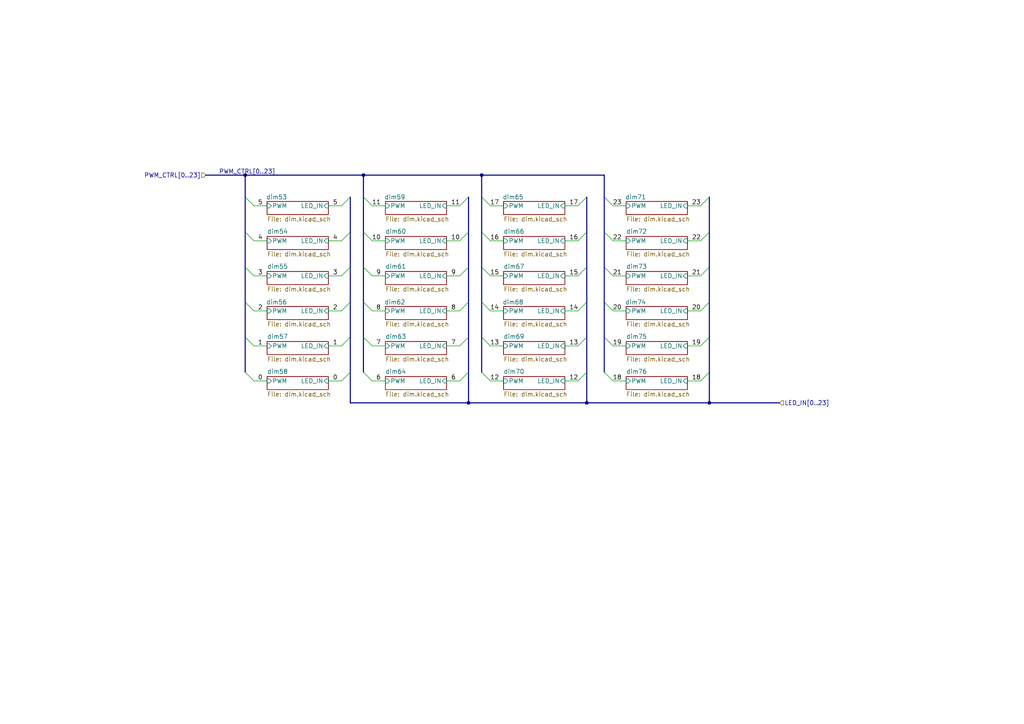
<source format=kicad_sch>
(kicad_sch
	(version 20231120)
	(generator "eeschema")
	(generator_version "8.0")
	(uuid "657f9af1-b73d-4eb3-a5dd-6a9312d6c4a1")
	(paper "A4")
	(lib_symbols)
	(junction
		(at 71.12 50.8)
		(diameter 0)
		(color 0 0 0 0)
		(uuid "4f9d9814-01c6-4072-99ca-b77fc62f6283")
	)
	(junction
		(at 105.41 50.8)
		(diameter 0)
		(color 0 0 0 0)
		(uuid "4fa06562-e085-4694-a2e0-a72f2c799356")
	)
	(junction
		(at 205.74 116.84)
		(diameter 0)
		(color 0 0 0 0)
		(uuid "6e4f4ed0-68b7-4111-8e3c-edfb3d89101e")
	)
	(junction
		(at 139.7 50.8)
		(diameter 0)
		(color 0 0 0 0)
		(uuid "8dd8ab90-c902-4e13-94e6-d159468f3148")
	)
	(junction
		(at 135.89 116.84)
		(diameter 0)
		(color 0 0 0 0)
		(uuid "adf4bf95-1be7-498a-b792-cc2ef3bfc4da")
	)
	(junction
		(at 170.18 116.84)
		(diameter 0)
		(color 0 0 0 0)
		(uuid "d38d2e10-625c-4442-8e56-4a29ba32ffeb")
	)
	(bus_entry
		(at 170.18 67.31)
		(size -2.54 2.54)
		(stroke
			(width 0)
			(type default)
		)
		(uuid "001afdf6-b251-41b6-bda8-767f9a748ee3")
	)
	(bus_entry
		(at 175.26 77.47)
		(size 2.54 2.54)
		(stroke
			(width 0)
			(type default)
		)
		(uuid "1aff95b1-3d3f-47cf-b1c3-8f780cc159f2")
	)
	(bus_entry
		(at 71.12 57.15)
		(size 2.54 2.54)
		(stroke
			(width 0)
			(type default)
		)
		(uuid "28105ea8-4943-4cb1-ae3e-3ad9b1e3c011")
	)
	(bus_entry
		(at 135.89 97.79)
		(size -2.54 2.54)
		(stroke
			(width 0)
			(type default)
		)
		(uuid "2b8d6328-75db-4fb5-97cf-3c56af994e50")
	)
	(bus_entry
		(at 101.6 97.79)
		(size -2.54 2.54)
		(stroke
			(width 0)
			(type default)
		)
		(uuid "2c114575-bbc7-4b9c-b535-865db82da1ae")
	)
	(bus_entry
		(at 71.12 67.31)
		(size 2.54 2.54)
		(stroke
			(width 0)
			(type default)
		)
		(uuid "2e3a4e3b-27bf-4744-afa2-5bc4be194011")
	)
	(bus_entry
		(at 71.12 97.79)
		(size 2.54 2.54)
		(stroke
			(width 0)
			(type default)
		)
		(uuid "2e6ee75c-3452-48bc-8cff-9cf3e2512e73")
	)
	(bus_entry
		(at 135.89 57.15)
		(size -2.54 2.54)
		(stroke
			(width 0)
			(type default)
		)
		(uuid "3b1d47be-4d2e-456b-981f-1996aa3d16fd")
	)
	(bus_entry
		(at 170.18 107.95)
		(size -2.54 2.54)
		(stroke
			(width 0)
			(type default)
		)
		(uuid "3edc4ada-6d31-4104-b7e1-9aa1a689186c")
	)
	(bus_entry
		(at 205.74 67.31)
		(size -2.54 2.54)
		(stroke
			(width 0)
			(type default)
		)
		(uuid "42e36a46-1a23-40aa-837f-36b85f94ff3b")
	)
	(bus_entry
		(at 175.26 97.79)
		(size 2.54 2.54)
		(stroke
			(width 0)
			(type default)
		)
		(uuid "448aaaf9-bd6f-4748-96fc-c6e7f02e6579")
	)
	(bus_entry
		(at 175.26 57.15)
		(size 2.54 2.54)
		(stroke
			(width 0)
			(type default)
		)
		(uuid "4571c95e-7c46-4475-8445-0b70b682d038")
	)
	(bus_entry
		(at 205.74 77.47)
		(size -2.54 2.54)
		(stroke
			(width 0)
			(type default)
		)
		(uuid "4ab85339-261b-488b-9008-ba755b70cb19")
	)
	(bus_entry
		(at 139.7 57.15)
		(size 2.54 2.54)
		(stroke
			(width 0)
			(type default)
		)
		(uuid "4ddaf68a-db2b-48c8-8bc4-df3b55a18105")
	)
	(bus_entry
		(at 71.12 107.95)
		(size 2.54 2.54)
		(stroke
			(width 0)
			(type default)
		)
		(uuid "5b01a2f5-00fa-4d36-91df-6937f9b1d929")
	)
	(bus_entry
		(at 205.74 87.63)
		(size -2.54 2.54)
		(stroke
			(width 0)
			(type default)
		)
		(uuid "6004c558-d8b7-406c-898f-68beccbacf83")
	)
	(bus_entry
		(at 139.7 97.79)
		(size 2.54 2.54)
		(stroke
			(width 0)
			(type default)
		)
		(uuid "62244fbb-48f6-4015-a80a-c68850d9ebf5")
	)
	(bus_entry
		(at 205.74 107.95)
		(size -2.54 2.54)
		(stroke
			(width 0)
			(type default)
		)
		(uuid "62c1e752-7135-4c55-a7d2-a90afde05b62")
	)
	(bus_entry
		(at 71.12 87.63)
		(size 2.54 2.54)
		(stroke
			(width 0)
			(type default)
		)
		(uuid "6339f15d-3b62-4a98-95dc-f313c60e13a8")
	)
	(bus_entry
		(at 135.89 87.63)
		(size -2.54 2.54)
		(stroke
			(width 0)
			(type default)
		)
		(uuid "6552a40e-a3ca-4f15-bedf-f3e4dab7396c")
	)
	(bus_entry
		(at 101.6 87.63)
		(size -2.54 2.54)
		(stroke
			(width 0)
			(type default)
		)
		(uuid "6a8f768f-5443-498e-8a58-e0782a5ad63c")
	)
	(bus_entry
		(at 105.41 67.31)
		(size 2.54 2.54)
		(stroke
			(width 0)
			(type default)
		)
		(uuid "6aab2d1a-b9db-4e19-b404-2f8c6a6ac7b2")
	)
	(bus_entry
		(at 101.6 67.31)
		(size -2.54 2.54)
		(stroke
			(width 0)
			(type default)
		)
		(uuid "6b7d987a-bdbb-44cc-bdee-7b0cbb91329e")
	)
	(bus_entry
		(at 170.18 57.15)
		(size -2.54 2.54)
		(stroke
			(width 0)
			(type default)
		)
		(uuid "6d976728-218c-419c-96cd-cf056320155c")
	)
	(bus_entry
		(at 139.7 77.47)
		(size 2.54 2.54)
		(stroke
			(width 0)
			(type default)
		)
		(uuid "7100955c-47ec-4e53-bb0e-a860c24831a7")
	)
	(bus_entry
		(at 105.41 57.15)
		(size 2.54 2.54)
		(stroke
			(width 0)
			(type default)
		)
		(uuid "7448e793-63e1-41b6-99f9-0c5d3ab0ba1d")
	)
	(bus_entry
		(at 135.89 77.47)
		(size -2.54 2.54)
		(stroke
			(width 0)
			(type default)
		)
		(uuid "76b3854f-899c-44eb-a420-9871d69d1f26")
	)
	(bus_entry
		(at 175.26 67.31)
		(size 2.54 2.54)
		(stroke
			(width 0)
			(type default)
		)
		(uuid "76f79ede-f544-4fb7-a018-6fa03eebf42f")
	)
	(bus_entry
		(at 135.89 107.95)
		(size -2.54 2.54)
		(stroke
			(width 0)
			(type default)
		)
		(uuid "7c7dc292-e636-4e38-9db7-c828243af393")
	)
	(bus_entry
		(at 170.18 97.79)
		(size -2.54 2.54)
		(stroke
			(width 0)
			(type default)
		)
		(uuid "819af749-6d50-45a0-b310-e769dd493679")
	)
	(bus_entry
		(at 170.18 77.47)
		(size -2.54 2.54)
		(stroke
			(width 0)
			(type default)
		)
		(uuid "81cd5fa0-054c-4a62-8cfb-9ccccdcdfb5b")
	)
	(bus_entry
		(at 205.74 57.15)
		(size -2.54 2.54)
		(stroke
			(width 0)
			(type default)
		)
		(uuid "97384e68-67fc-4358-9d33-0f5053c03507")
	)
	(bus_entry
		(at 101.6 77.47)
		(size -2.54 2.54)
		(stroke
			(width 0)
			(type default)
		)
		(uuid "991f59cf-a8a4-429c-bd60-cf33e2e111cb")
	)
	(bus_entry
		(at 101.6 57.15)
		(size -2.54 2.54)
		(stroke
			(width 0)
			(type default)
		)
		(uuid "994f0043-06b7-44ab-b9da-7c1cd5a8c414")
	)
	(bus_entry
		(at 170.18 87.63)
		(size -2.54 2.54)
		(stroke
			(width 0)
			(type default)
		)
		(uuid "ad198dd0-9e79-4877-8a54-50083fdd1d4f")
	)
	(bus_entry
		(at 139.7 87.63)
		(size 2.54 2.54)
		(stroke
			(width 0)
			(type default)
		)
		(uuid "b73460dd-03d5-4dae-90c9-394e0e3ee81d")
	)
	(bus_entry
		(at 175.26 107.95)
		(size 2.54 2.54)
		(stroke
			(width 0)
			(type default)
		)
		(uuid "b746da00-c902-4966-ac2d-41143584c1cf")
	)
	(bus_entry
		(at 175.26 87.63)
		(size 2.54 2.54)
		(stroke
			(width 0)
			(type default)
		)
		(uuid "c35e8607-d4bf-4dd9-a555-84486e251552")
	)
	(bus_entry
		(at 71.12 77.47)
		(size 2.54 2.54)
		(stroke
			(width 0)
			(type default)
		)
		(uuid "c73e7854-0f50-4f13-bf9d-074d840045a1")
	)
	(bus_entry
		(at 105.41 77.47)
		(size 2.54 2.54)
		(stroke
			(width 0)
			(type default)
		)
		(uuid "cd340960-e041-4ecb-b16b-cc52b0f48a8f")
	)
	(bus_entry
		(at 205.74 97.79)
		(size -2.54 2.54)
		(stroke
			(width 0)
			(type default)
		)
		(uuid "cf901872-10e1-4b77-b0f0-4c953eeab2bb")
	)
	(bus_entry
		(at 139.7 67.31)
		(size 2.54 2.54)
		(stroke
			(width 0)
			(type default)
		)
		(uuid "d0434278-1199-45ec-a926-32462dea2b35")
	)
	(bus_entry
		(at 139.7 107.95)
		(size 2.54 2.54)
		(stroke
			(width 0)
			(type default)
		)
		(uuid "d7169fcd-f635-493a-b8db-b06d127aac91")
	)
	(bus_entry
		(at 105.41 107.95)
		(size 2.54 2.54)
		(stroke
			(width 0)
			(type default)
		)
		(uuid "dcf833fd-d1a8-480c-89ad-e401b90c4c9a")
	)
	(bus_entry
		(at 105.41 97.79)
		(size 2.54 2.54)
		(stroke
			(width 0)
			(type default)
		)
		(uuid "df95d90c-5a32-46ea-a5e9-e4ce22c60a85")
	)
	(bus_entry
		(at 105.41 87.63)
		(size 2.54 2.54)
		(stroke
			(width 0)
			(type default)
		)
		(uuid "e7d92b7d-ecfe-42b9-aa18-7074a1148d7f")
	)
	(bus_entry
		(at 101.6 107.95)
		(size -2.54 2.54)
		(stroke
			(width 0)
			(type default)
		)
		(uuid "ec7b276b-28fe-4db4-a6d8-df5f931cd580")
	)
	(bus_entry
		(at 135.89 67.31)
		(size -2.54 2.54)
		(stroke
			(width 0)
			(type default)
		)
		(uuid "fabf7988-6309-4a79-9f80-4ed6b601cb4e")
	)
	(wire
		(pts
			(xy 129.54 100.33) (xy 133.35 100.33)
		)
		(stroke
			(width 0)
			(type default)
		)
		(uuid "0487fea5-8d42-4b7d-b211-e6968c695716")
	)
	(bus
		(pts
			(xy 135.89 107.95) (xy 135.89 116.84)
		)
		(stroke
			(width 0)
			(type default)
		)
		(uuid "0605aec0-de84-4a88-9b83-90ec21bf0066")
	)
	(bus
		(pts
			(xy 175.26 97.79) (xy 175.26 107.95)
		)
		(stroke
			(width 0)
			(type default)
		)
		(uuid "09589900-c8bf-4afb-bb05-e7a76f213a22")
	)
	(wire
		(pts
			(xy 181.61 100.33) (xy 177.8 100.33)
		)
		(stroke
			(width 0)
			(type default)
		)
		(uuid "0ae4cecb-e77e-4f24-8818-e85f2bbe6b11")
	)
	(bus
		(pts
			(xy 71.12 50.8) (xy 71.12 57.15)
		)
		(stroke
			(width 0)
			(type default)
		)
		(uuid "1373f9ab-4f10-431b-b877-cb77e0eac1c3")
	)
	(wire
		(pts
			(xy 181.61 90.17) (xy 177.8 90.17)
		)
		(stroke
			(width 0)
			(type default)
		)
		(uuid "17589d0b-361e-4875-95d6-21072eca7386")
	)
	(bus
		(pts
			(xy 71.12 97.79) (xy 71.12 87.63)
		)
		(stroke
			(width 0)
			(type default)
		)
		(uuid "186063a2-2e64-494e-a2c8-a98fa859c181")
	)
	(wire
		(pts
			(xy 95.25 80.01) (xy 99.06 80.01)
		)
		(stroke
			(width 0)
			(type default)
		)
		(uuid "1bbd62dc-e1ef-48a0-9645-1a7c73074b54")
	)
	(bus
		(pts
			(xy 135.89 57.15) (xy 135.89 67.31)
		)
		(stroke
			(width 0)
			(type default)
		)
		(uuid "1f49560d-7f01-4d90-afef-a3524ac7c4cf")
	)
	(wire
		(pts
			(xy 163.83 90.17) (xy 167.64 90.17)
		)
		(stroke
			(width 0)
			(type default)
		)
		(uuid "22e02a40-4395-4968-80b6-3f49bb6820f2")
	)
	(wire
		(pts
			(xy 77.47 100.33) (xy 73.66 100.33)
		)
		(stroke
			(width 0)
			(type default)
		)
		(uuid "24962aa5-5e44-4238-a045-2bf4a9dd6f05")
	)
	(wire
		(pts
			(xy 146.05 69.85) (xy 142.24 69.85)
		)
		(stroke
			(width 0)
			(type default)
		)
		(uuid "2724139c-eaf5-4dbb-b8f0-adde3ada82fc")
	)
	(wire
		(pts
			(xy 199.39 80.01) (xy 203.2 80.01)
		)
		(stroke
			(width 0)
			(type default)
		)
		(uuid "284bdbc0-5c46-44bf-becf-aae3615ebbc6")
	)
	(wire
		(pts
			(xy 111.76 69.85) (xy 107.95 69.85)
		)
		(stroke
			(width 0)
			(type default)
		)
		(uuid "28e1b4f4-d6de-4782-959c-eb8d711526e5")
	)
	(bus
		(pts
			(xy 205.74 87.63) (xy 205.74 77.47)
		)
		(stroke
			(width 0)
			(type default)
		)
		(uuid "2968b7a6-92da-4644-9d32-859b7512583c")
	)
	(wire
		(pts
			(xy 111.76 59.69) (xy 107.95 59.69)
		)
		(stroke
			(width 0)
			(type default)
		)
		(uuid "2b28c4ee-8c4e-45a8-8fdf-850ab1042aeb")
	)
	(wire
		(pts
			(xy 199.39 69.85) (xy 203.2 69.85)
		)
		(stroke
			(width 0)
			(type default)
		)
		(uuid "2c53f2ba-16f4-4683-a597-6efbd5d5ef48")
	)
	(wire
		(pts
			(xy 181.61 80.01) (xy 177.8 80.01)
		)
		(stroke
			(width 0)
			(type default)
		)
		(uuid "2cd1a780-0c64-4132-96a1-853e71f9e626")
	)
	(bus
		(pts
			(xy 71.12 107.95) (xy 71.12 97.79)
		)
		(stroke
			(width 0)
			(type default)
		)
		(uuid "2d558de2-c8b1-4ccb-a9ea-aa06f85d74ff")
	)
	(bus
		(pts
			(xy 71.12 50.8) (xy 59.69 50.8)
		)
		(stroke
			(width 0)
			(type default)
		)
		(uuid "2e0c72f4-4120-46c4-88ca-d43bb8ce5741")
	)
	(bus
		(pts
			(xy 170.18 116.84) (xy 205.74 116.84)
		)
		(stroke
			(width 0)
			(type default)
		)
		(uuid "2e42cde0-bfd2-4801-814a-630ef3537f42")
	)
	(wire
		(pts
			(xy 181.61 69.85) (xy 177.8 69.85)
		)
		(stroke
			(width 0)
			(type default)
		)
		(uuid "31529db0-adf1-47ed-baae-bc047bb3b681")
	)
	(bus
		(pts
			(xy 139.7 97.79) (xy 139.7 107.95)
		)
		(stroke
			(width 0)
			(type default)
		)
		(uuid "33e132ce-03cc-4112-9e67-e184fe759cc1")
	)
	(bus
		(pts
			(xy 135.89 77.47) (xy 135.89 87.63)
		)
		(stroke
			(width 0)
			(type default)
		)
		(uuid "3d579ea8-12fa-43c5-baee-c7eee2197e0d")
	)
	(wire
		(pts
			(xy 199.39 59.69) (xy 203.2 59.69)
		)
		(stroke
			(width 0)
			(type default)
		)
		(uuid "3ed8e23e-e06c-4115-8f29-5d660254dd0b")
	)
	(bus
		(pts
			(xy 139.7 77.47) (xy 139.7 87.63)
		)
		(stroke
			(width 0)
			(type default)
		)
		(uuid "4456cde3-d596-4428-9d4e-4d796ea91dd2")
	)
	(bus
		(pts
			(xy 101.6 77.47) (xy 101.6 87.63)
		)
		(stroke
			(width 0)
			(type default)
		)
		(uuid "4716ca55-5352-43a5-991e-a4205f493214")
	)
	(bus
		(pts
			(xy 101.6 67.31) (xy 101.6 77.47)
		)
		(stroke
			(width 0)
			(type default)
		)
		(uuid "4796ea2c-f891-4144-96d1-d4e61410fda0")
	)
	(wire
		(pts
			(xy 95.25 90.17) (xy 99.06 90.17)
		)
		(stroke
			(width 0)
			(type default)
		)
		(uuid "494baf70-3856-4e27-affb-8d97a9b9d1b8")
	)
	(bus
		(pts
			(xy 205.74 97.79) (xy 205.74 87.63)
		)
		(stroke
			(width 0)
			(type default)
		)
		(uuid "4f392bd4-0cc0-4386-9ea9-3459c55767cf")
	)
	(wire
		(pts
			(xy 77.47 110.49) (xy 73.66 110.49)
		)
		(stroke
			(width 0)
			(type default)
		)
		(uuid "5053008f-b0c8-48f7-91f1-7614307b92d7")
	)
	(bus
		(pts
			(xy 205.74 107.95) (xy 205.74 97.79)
		)
		(stroke
			(width 0)
			(type default)
		)
		(uuid "559c7ba2-989c-4f71-9a2b-93236b638976")
	)
	(bus
		(pts
			(xy 170.18 77.47) (xy 170.18 87.63)
		)
		(stroke
			(width 0)
			(type default)
		)
		(uuid "5785d237-de4d-436f-9212-c04a116869e3")
	)
	(wire
		(pts
			(xy 129.54 90.17) (xy 133.35 90.17)
		)
		(stroke
			(width 0)
			(type default)
		)
		(uuid "5abdaefa-1172-4e0a-aa7f-30eca92ae8b0")
	)
	(bus
		(pts
			(xy 175.26 77.47) (xy 175.26 87.63)
		)
		(stroke
			(width 0)
			(type default)
		)
		(uuid "5ac99c4b-cd83-4c01-a669-82efe03ee7de")
	)
	(wire
		(pts
			(xy 111.76 90.17) (xy 107.95 90.17)
		)
		(stroke
			(width 0)
			(type default)
		)
		(uuid "5e974293-7491-46e0-b27d-b2c011da32ac")
	)
	(bus
		(pts
			(xy 139.7 50.8) (xy 139.7 57.15)
		)
		(stroke
			(width 0)
			(type default)
		)
		(uuid "5f029830-c266-48c1-842a-98f7251847a6")
	)
	(wire
		(pts
			(xy 77.47 90.17) (xy 73.66 90.17)
		)
		(stroke
			(width 0)
			(type default)
		)
		(uuid "60c8ef25-c5e9-46c0-a28b-d95928ed8cf5")
	)
	(wire
		(pts
			(xy 95.25 110.49) (xy 99.06 110.49)
		)
		(stroke
			(width 0)
			(type default)
		)
		(uuid "642b2ba2-96a4-4242-ba68-899e084334c4")
	)
	(wire
		(pts
			(xy 199.39 90.17) (xy 203.2 90.17)
		)
		(stroke
			(width 0)
			(type default)
		)
		(uuid "68de5000-44e8-4de4-86ba-e104b63b3aec")
	)
	(bus
		(pts
			(xy 135.89 97.79) (xy 135.89 107.95)
		)
		(stroke
			(width 0)
			(type default)
		)
		(uuid "693a89ff-35c4-4f27-ac27-e4999c7d66c1")
	)
	(bus
		(pts
			(xy 101.6 107.95) (xy 101.6 116.84)
		)
		(stroke
			(width 0)
			(type default)
		)
		(uuid "69a64b50-f903-412f-a75a-659c02d9d552")
	)
	(bus
		(pts
			(xy 175.26 57.15) (xy 175.26 67.31)
		)
		(stroke
			(width 0)
			(type default)
		)
		(uuid "6da52802-851b-4fea-8355-db5db30af4dd")
	)
	(bus
		(pts
			(xy 105.41 57.15) (xy 105.41 50.8)
		)
		(stroke
			(width 0)
			(type default)
		)
		(uuid "6ed530f2-72be-475c-b02d-e5db931869de")
	)
	(bus
		(pts
			(xy 105.41 50.8) (xy 139.7 50.8)
		)
		(stroke
			(width 0)
			(type default)
		)
		(uuid "6fe31bf7-f9fa-4c8a-b538-8351d32fcd7d")
	)
	(bus
		(pts
			(xy 205.74 116.84) (xy 226.06 116.84)
		)
		(stroke
			(width 0)
			(type default)
		)
		(uuid "71373c89-ad4b-4683-a2eb-fd43dd149953")
	)
	(bus
		(pts
			(xy 101.6 57.15) (xy 101.6 67.31)
		)
		(stroke
			(width 0)
			(type default)
		)
		(uuid "72358f0d-3e64-434f-9d2c-1ee8f0a9ecbe")
	)
	(bus
		(pts
			(xy 71.12 67.31) (xy 71.12 57.15)
		)
		(stroke
			(width 0)
			(type default)
		)
		(uuid "7d1e2ddc-7b01-47f6-a0d0-4ae79cf57201")
	)
	(bus
		(pts
			(xy 71.12 50.8) (xy 105.41 50.8)
		)
		(stroke
			(width 0)
			(type default)
		)
		(uuid "7e451921-445b-494d-9ee7-012d1de04828")
	)
	(wire
		(pts
			(xy 111.76 100.33) (xy 107.95 100.33)
		)
		(stroke
			(width 0)
			(type default)
		)
		(uuid "7ed6fca4-0542-4868-b187-554b550d36ec")
	)
	(bus
		(pts
			(xy 135.89 67.31) (xy 135.89 77.47)
		)
		(stroke
			(width 0)
			(type default)
		)
		(uuid "842a5099-48d4-44a6-846b-703f0d100518")
	)
	(wire
		(pts
			(xy 199.39 100.33) (xy 203.2 100.33)
		)
		(stroke
			(width 0)
			(type default)
		)
		(uuid "876b63d1-96b3-439b-80af-d1f219018ffa")
	)
	(wire
		(pts
			(xy 146.05 80.01) (xy 142.24 80.01)
		)
		(stroke
			(width 0)
			(type default)
		)
		(uuid "884df61b-34ef-4cae-8629-fadd5f7e8d24")
	)
	(wire
		(pts
			(xy 146.05 110.49) (xy 142.24 110.49)
		)
		(stroke
			(width 0)
			(type default)
		)
		(uuid "8b0dffdf-5fd6-4035-add8-3bd3989de03f")
	)
	(wire
		(pts
			(xy 163.83 69.85) (xy 167.64 69.85)
		)
		(stroke
			(width 0)
			(type default)
		)
		(uuid "8d8599eb-eb32-4dda-b006-c8d6b9825019")
	)
	(wire
		(pts
			(xy 77.47 80.01) (xy 73.66 80.01)
		)
		(stroke
			(width 0)
			(type default)
		)
		(uuid "9228e55b-f830-43d6-9da8-0d03ead937f2")
	)
	(bus
		(pts
			(xy 101.6 87.63) (xy 101.6 97.79)
		)
		(stroke
			(width 0)
			(type default)
		)
		(uuid "9d9033b4-1d98-43c1-bbb1-6218eff3eebe")
	)
	(wire
		(pts
			(xy 129.54 59.69) (xy 133.35 59.69)
		)
		(stroke
			(width 0)
			(type default)
		)
		(uuid "9eccc621-07cf-4e7d-bfaf-b88017ca7de5")
	)
	(wire
		(pts
			(xy 163.83 100.33) (xy 167.64 100.33)
		)
		(stroke
			(width 0)
			(type default)
		)
		(uuid "a1ead7d9-c3e7-4265-8d33-76f1c22085b9")
	)
	(bus
		(pts
			(xy 170.18 97.79) (xy 170.18 107.95)
		)
		(stroke
			(width 0)
			(type default)
		)
		(uuid "a41ac3d0-3887-4735-a8d3-e292dea6a134")
	)
	(bus
		(pts
			(xy 105.41 87.63) (xy 105.41 97.79)
		)
		(stroke
			(width 0)
			(type default)
		)
		(uuid "a588eecc-3267-457e-837b-95e7479b660c")
	)
	(bus
		(pts
			(xy 139.7 67.31) (xy 139.7 77.47)
		)
		(stroke
			(width 0)
			(type default)
		)
		(uuid "aa6ce218-d01a-4dff-a6cd-36c25d03ef6e")
	)
	(bus
		(pts
			(xy 205.74 67.31) (xy 205.74 57.15)
		)
		(stroke
			(width 0)
			(type default)
		)
		(uuid "aafd0080-0c0f-4d56-bbfb-e3523b8309e1")
	)
	(wire
		(pts
			(xy 111.76 110.49) (xy 107.95 110.49)
		)
		(stroke
			(width 0)
			(type default)
		)
		(uuid "ab9a6411-dd18-4bdd-8069-5b34e77062c8")
	)
	(wire
		(pts
			(xy 95.25 59.69) (xy 99.06 59.69)
		)
		(stroke
			(width 0)
			(type default)
		)
		(uuid "afe6356b-9ca1-4449-90e2-0970e2f10a4a")
	)
	(bus
		(pts
			(xy 101.6 97.79) (xy 101.6 107.95)
		)
		(stroke
			(width 0)
			(type default)
		)
		(uuid "b3884d95-e4b0-4ba2-9158-a419ecedb696")
	)
	(wire
		(pts
			(xy 163.83 59.69) (xy 167.64 59.69)
		)
		(stroke
			(width 0)
			(type default)
		)
		(uuid "b5e425a8-c5e3-4d86-97ec-542db0f343cb")
	)
	(bus
		(pts
			(xy 175.26 57.15) (xy 175.26 50.8)
		)
		(stroke
			(width 0)
			(type default)
		)
		(uuid "b78071e9-ae1a-4a9e-b459-259fd4e47e83")
	)
	(bus
		(pts
			(xy 170.18 67.31) (xy 170.18 77.47)
		)
		(stroke
			(width 0)
			(type default)
		)
		(uuid "b856ac68-3aa0-4d19-845a-64fc6a4ffce0")
	)
	(wire
		(pts
			(xy 199.39 110.49) (xy 203.2 110.49)
		)
		(stroke
			(width 0)
			(type default)
		)
		(uuid "ba867cd0-ded5-47af-88e4-c5781d839002")
	)
	(wire
		(pts
			(xy 77.47 59.69) (xy 73.66 59.69)
		)
		(stroke
			(width 0)
			(type default)
		)
		(uuid "bb439eae-5200-4abf-9884-c3cd7eb514d5")
	)
	(bus
		(pts
			(xy 170.18 107.95) (xy 170.18 116.84)
		)
		(stroke
			(width 0)
			(type default)
		)
		(uuid "bcfa93bb-46f0-4652-b3ef-705777e0bb12")
	)
	(bus
		(pts
			(xy 205.74 116.84) (xy 205.74 107.95)
		)
		(stroke
			(width 0)
			(type default)
		)
		(uuid "be58a6db-2d47-4462-909a-8bd2c6628a2e")
	)
	(bus
		(pts
			(xy 139.7 87.63) (xy 139.7 97.79)
		)
		(stroke
			(width 0)
			(type default)
		)
		(uuid "c02f5275-b67e-45e4-9d32-526088483cc0")
	)
	(bus
		(pts
			(xy 139.7 50.8) (xy 175.26 50.8)
		)
		(stroke
			(width 0)
			(type default)
		)
		(uuid "cb1c983e-9a5f-4e7f-a2f9-a68cbdfa1d28")
	)
	(bus
		(pts
			(xy 71.12 87.63) (xy 71.12 77.47)
		)
		(stroke
			(width 0)
			(type default)
		)
		(uuid "ccd36107-78c7-40cf-aa06-a57398fc811d")
	)
	(wire
		(pts
			(xy 146.05 59.69) (xy 142.24 59.69)
		)
		(stroke
			(width 0)
			(type default)
		)
		(uuid "d125c770-31f0-487d-a8bc-da2c2f736020")
	)
	(bus
		(pts
			(xy 175.26 67.31) (xy 175.26 77.47)
		)
		(stroke
			(width 0)
			(type default)
		)
		(uuid "d22f26c4-4a9a-42c0-9dd1-725278647fbc")
	)
	(bus
		(pts
			(xy 105.41 77.47) (xy 105.41 87.63)
		)
		(stroke
			(width 0)
			(type default)
		)
		(uuid "d2648141-7281-43ed-bc75-7ba13db6dc0a")
	)
	(wire
		(pts
			(xy 111.76 80.01) (xy 107.95 80.01)
		)
		(stroke
			(width 0)
			(type default)
		)
		(uuid "d2cfcd7b-7b13-47fb-8908-cdbf621b5178")
	)
	(bus
		(pts
			(xy 135.89 116.84) (xy 170.18 116.84)
		)
		(stroke
			(width 0)
			(type default)
		)
		(uuid "d300cd77-649f-4fee-b0f4-7adac060f89c")
	)
	(wire
		(pts
			(xy 163.83 80.01) (xy 167.64 80.01)
		)
		(stroke
			(width 0)
			(type default)
		)
		(uuid "d734d3a8-8f36-43ca-938e-12a145c1aa9e")
	)
	(wire
		(pts
			(xy 77.47 69.85) (xy 73.66 69.85)
		)
		(stroke
			(width 0)
			(type default)
		)
		(uuid "d9340efc-aa1f-4a4c-a798-5a8bdaf7e12f")
	)
	(bus
		(pts
			(xy 71.12 77.47) (xy 71.12 67.31)
		)
		(stroke
			(width 0)
			(type default)
		)
		(uuid "dac4c16f-d0b7-4955-b901-1e7b090a9dbe")
	)
	(bus
		(pts
			(xy 135.89 87.63) (xy 135.89 97.79)
		)
		(stroke
			(width 0)
			(type default)
		)
		(uuid "dc3a0f4f-6ff5-4a70-a161-008a9b10d47e")
	)
	(wire
		(pts
			(xy 129.54 80.01) (xy 133.35 80.01)
		)
		(stroke
			(width 0)
			(type default)
		)
		(uuid "ddea856a-eefa-4aca-af6b-417adf3abab1")
	)
	(wire
		(pts
			(xy 181.61 110.49) (xy 177.8 110.49)
		)
		(stroke
			(width 0)
			(type default)
		)
		(uuid "e0029f4d-9e8b-468d-b6d2-19868c9d077e")
	)
	(wire
		(pts
			(xy 163.83 110.49) (xy 167.64 110.49)
		)
		(stroke
			(width 0)
			(type default)
		)
		(uuid "e32c352b-07bf-44d2-8b6c-843083a987da")
	)
	(wire
		(pts
			(xy 146.05 100.33) (xy 142.24 100.33)
		)
		(stroke
			(width 0)
			(type default)
		)
		(uuid "e3ba5397-16e5-4d34-a2b4-de0015dde4cf")
	)
	(wire
		(pts
			(xy 146.05 90.17) (xy 142.24 90.17)
		)
		(stroke
			(width 0)
			(type default)
		)
		(uuid "e4711d33-d525-4f30-9408-dd9a8039fa19")
	)
	(wire
		(pts
			(xy 95.25 100.33) (xy 99.06 100.33)
		)
		(stroke
			(width 0)
			(type default)
		)
		(uuid "e4c57423-9555-45dd-89b9-65bb61d5e0eb")
	)
	(bus
		(pts
			(xy 105.41 67.31) (xy 105.41 77.47)
		)
		(stroke
			(width 0)
			(type default)
		)
		(uuid "e5058d08-2712-4062-b8ad-229da03d9f8c")
	)
	(bus
		(pts
			(xy 175.26 87.63) (xy 175.26 97.79)
		)
		(stroke
			(width 0)
			(type default)
		)
		(uuid "e782cdd8-1410-42a7-be71-55604e7d07ed")
	)
	(wire
		(pts
			(xy 95.25 69.85) (xy 99.06 69.85)
		)
		(stroke
			(width 0)
			(type default)
		)
		(uuid "ebf57111-998f-47fd-a11c-46b658fbea8e")
	)
	(bus
		(pts
			(xy 105.41 57.15) (xy 105.41 67.31)
		)
		(stroke
			(width 0)
			(type default)
		)
		(uuid "ec53c5be-a01f-4275-b38b-ec2de7ecb4f5")
	)
	(bus
		(pts
			(xy 170.18 87.63) (xy 170.18 97.79)
		)
		(stroke
			(width 0)
			(type default)
		)
		(uuid "edd8a917-e43d-445c-9f6e-a68728270b90")
	)
	(wire
		(pts
			(xy 129.54 110.49) (xy 133.35 110.49)
		)
		(stroke
			(width 0)
			(type default)
		)
		(uuid "eead3c8f-16fb-4ac3-b656-b6c1c9197c96")
	)
	(wire
		(pts
			(xy 129.54 69.85) (xy 133.35 69.85)
		)
		(stroke
			(width 0)
			(type default)
		)
		(uuid "f28234d3-26c9-49d5-a021-b4789daa45d9")
	)
	(bus
		(pts
			(xy 205.74 77.47) (xy 205.74 67.31)
		)
		(stroke
			(width 0)
			(type default)
		)
		(uuid "f43cb1d4-d396-4a0e-a3fb-cc42c543b76b")
	)
	(bus
		(pts
			(xy 170.18 57.15) (xy 170.18 67.31)
		)
		(stroke
			(width 0)
			(type default)
		)
		(uuid "f46ef8c5-136e-4501-a490-a7244e92b781")
	)
	(bus
		(pts
			(xy 139.7 57.15) (xy 139.7 67.31)
		)
		(stroke
			(width 0)
			(type default)
		)
		(uuid "f59d96b7-f96c-4f1b-bbb7-29daaa9cfc33")
	)
	(bus
		(pts
			(xy 105.41 97.79) (xy 105.41 107.95)
		)
		(stroke
			(width 0)
			(type default)
		)
		(uuid "f5b0c292-4ed9-43f8-a230-b8701b99dab1")
	)
	(wire
		(pts
			(xy 181.61 59.69) (xy 177.8 59.69)
		)
		(stroke
			(width 0)
			(type default)
		)
		(uuid "f860ead7-64f7-40b2-8cc4-0847532621da")
	)
	(bus
		(pts
			(xy 101.6 116.84) (xy 135.89 116.84)
		)
		(stroke
			(width 0)
			(type default)
		)
		(uuid "ff444c24-1677-43a1-ba73-bc66892addfa")
	)
	(label "22"
		(at 180.34 69.85 180)
		(fields_autoplaced yes)
		(effects
			(font
				(size 1.27 1.27)
			)
			(justify right bottom)
		)
		(uuid "03367b20-6cad-4fba-ace7-66489faeda60")
	)
	(label "2"
		(at 76.2 90.17 180)
		(fields_autoplaced yes)
		(effects
			(font
				(size 1.27 1.27)
			)
			(justify right bottom)
		)
		(uuid "17186f4a-df8d-4229-95b4-40fb26e72b56")
	)
	(label "19"
		(at 180.34 100.33 180)
		(fields_autoplaced yes)
		(effects
			(font
				(size 1.27 1.27)
			)
			(justify right bottom)
		)
		(uuid "1f42565e-8144-4850-a681-ea5f8db428cd")
	)
	(label "7"
		(at 110.49 100.33 180)
		(fields_autoplaced yes)
		(effects
			(font
				(size 1.27 1.27)
			)
			(justify right bottom)
		)
		(uuid "20d883a9-55fc-4dbd-a2a3-1c8ee9944629")
	)
	(label "14"
		(at 165.1 90.17 0)
		(fields_autoplaced yes)
		(effects
			(font
				(size 1.27 1.27)
			)
			(justify left bottom)
		)
		(uuid "27a230a5-242a-47d0-b749-ce48290ff334")
	)
	(label "7"
		(at 130.81 100.33 0)
		(fields_autoplaced yes)
		(effects
			(font
				(size 1.27 1.27)
			)
			(justify left bottom)
		)
		(uuid "29402154-d1a3-420f-8674-fd1852fbed2e")
	)
	(label "20"
		(at 180.34 90.17 180)
		(fields_autoplaced yes)
		(effects
			(font
				(size 1.27 1.27)
			)
			(justify right bottom)
		)
		(uuid "2a3fe774-ab38-4fc8-87e6-591ac70210e5")
	)
	(label "3"
		(at 96.52 80.01 0)
		(fields_autoplaced yes)
		(effects
			(font
				(size 1.27 1.27)
			)
			(justify left bottom)
		)
		(uuid "2c18c193-bebb-4306-95d5-b135ecef3b4c")
	)
	(label "1"
		(at 76.2 100.33 180)
		(fields_autoplaced yes)
		(effects
			(font
				(size 1.27 1.27)
			)
			(justify right bottom)
		)
		(uuid "2c899e21-6cb8-4376-afe7-c769b924d2be")
	)
	(label "11"
		(at 110.49 59.69 180)
		(fields_autoplaced yes)
		(effects
			(font
				(size 1.27 1.27)
			)
			(justify right bottom)
		)
		(uuid "2ccfeaf4-dbf2-4f47-932f-8bcfe67e1e95")
	)
	(label "0"
		(at 76.2 110.49 180)
		(fields_autoplaced yes)
		(effects
			(font
				(size 1.27 1.27)
			)
			(justify right bottom)
		)
		(uuid "342eecbf-924e-4038-81d6-fc4fc1897e19")
	)
	(label "2"
		(at 96.52 90.17 0)
		(fields_autoplaced yes)
		(effects
			(font
				(size 1.27 1.27)
			)
			(justify left bottom)
		)
		(uuid "371c6419-a2d5-4e8e-b083-d84c965f3c40")
	)
	(label "PWM_CTRL[0..23]"
		(at 63.5 50.8 0)
		(fields_autoplaced yes)
		(effects
			(font
				(size 1.27 1.27)
			)
			(justify left bottom)
		)
		(uuid "39e7f7d4-7958-4bb4-85a4-220545ffcaec")
	)
	(label "5"
		(at 96.52 59.69 0)
		(fields_autoplaced yes)
		(effects
			(font
				(size 1.27 1.27)
			)
			(justify left bottom)
		)
		(uuid "3bcc99cf-7a89-4274-be25-1c4f0c848962")
	)
	(label "4"
		(at 76.2 69.85 180)
		(fields_autoplaced yes)
		(effects
			(font
				(size 1.27 1.27)
			)
			(justify right bottom)
		)
		(uuid "3cb20fe1-fa1b-4af0-9320-581d9af51f35")
	)
	(label "1"
		(at 96.52 100.33 0)
		(fields_autoplaced yes)
		(effects
			(font
				(size 1.27 1.27)
			)
			(justify left bottom)
		)
		(uuid "40953952-e2bc-4223-b223-85ff2063e497")
	)
	(label "15"
		(at 144.78 80.01 180)
		(fields_autoplaced yes)
		(effects
			(font
				(size 1.27 1.27)
			)
			(justify right bottom)
		)
		(uuid "465c9cf8-3fec-40bf-9b99-58823b8dd476")
	)
	(label "3"
		(at 76.2 80.01 180)
		(fields_autoplaced yes)
		(effects
			(font
				(size 1.27 1.27)
			)
			(justify right bottom)
		)
		(uuid "4c2ebc94-b0df-4f42-a675-5c0996522bbf")
	)
	(label "8"
		(at 130.81 90.17 0)
		(fields_autoplaced yes)
		(effects
			(font
				(size 1.27 1.27)
			)
			(justify left bottom)
		)
		(uuid "4c65d67e-edaa-4f1f-9048-e7fa939d0e35")
	)
	(label "18"
		(at 200.66 110.49 0)
		(fields_autoplaced yes)
		(effects
			(font
				(size 1.27 1.27)
			)
			(justify left bottom)
		)
		(uuid "4f1b466f-de8b-4ca5-9db5-4ff76e4e8d1a")
	)
	(label "4"
		(at 96.52 69.85 0)
		(fields_autoplaced yes)
		(effects
			(font
				(size 1.27 1.27)
			)
			(justify left bottom)
		)
		(uuid "54380d68-b33f-4ddb-af12-b1561470cc5e")
	)
	(label "13"
		(at 165.1 100.33 0)
		(fields_autoplaced yes)
		(effects
			(font
				(size 1.27 1.27)
			)
			(justify left bottom)
		)
		(uuid "55b51434-5f1d-4212-b55a-988150845eed")
	)
	(label "12"
		(at 165.1 110.49 0)
		(fields_autoplaced yes)
		(effects
			(font
				(size 1.27 1.27)
			)
			(justify left bottom)
		)
		(uuid "58807454-2740-49c8-891d-84eeb825725a")
	)
	(label "9"
		(at 130.81 80.01 0)
		(fields_autoplaced yes)
		(effects
			(font
				(size 1.27 1.27)
			)
			(justify left bottom)
		)
		(uuid "5902aae7-4293-4c73-944e-d42d4fcec17e")
	)
	(label "23"
		(at 180.34 59.69 180)
		(fields_autoplaced yes)
		(effects
			(font
				(size 1.27 1.27)
			)
			(justify right bottom)
		)
		(uuid "5b602abf-f88a-4d8f-84d0-6ac7d47493ca")
	)
	(label "15"
		(at 165.1 80.01 0)
		(fields_autoplaced yes)
		(effects
			(font
				(size 1.27 1.27)
			)
			(justify left bottom)
		)
		(uuid "6337b1b8-ba63-46d8-9a9d-b724b1e6b708")
	)
	(label "12"
		(at 144.78 110.49 180)
		(fields_autoplaced yes)
		(effects
			(font
				(size 1.27 1.27)
			)
			(justify right bottom)
		)
		(uuid "71e145b0-13b5-4f3f-a139-b95eb2952ee8")
	)
	(label "5"
		(at 76.2 59.69 180)
		(fields_autoplaced yes)
		(effects
			(font
				(size 1.27 1.27)
			)
			(justify right bottom)
		)
		(uuid "75b49072-9fca-469e-a462-29017879cd2d")
	)
	(label "22"
		(at 200.66 69.85 0)
		(fields_autoplaced yes)
		(effects
			(font
				(size 1.27 1.27)
			)
			(justify left bottom)
		)
		(uuid "7f170c6f-668e-4c20-bd85-4bffb159e5fd")
	)
	(label "17"
		(at 144.78 59.69 180)
		(fields_autoplaced yes)
		(effects
			(font
				(size 1.27 1.27)
			)
			(justify right bottom)
		)
		(uuid "88387d2b-8130-42e2-9b91-a9a1d9e04f60")
	)
	(label "21"
		(at 200.66 80.01 0)
		(fields_autoplaced yes)
		(effects
			(font
				(size 1.27 1.27)
			)
			(justify left bottom)
		)
		(uuid "b1f1d23c-8ff0-45d1-a8ed-2f566f7a81b2")
	)
	(label "18"
		(at 180.34 110.49 180)
		(fields_autoplaced yes)
		(effects
			(font
				(size 1.27 1.27)
			)
			(justify right bottom)
		)
		(uuid "b6a32b83-f00c-43cb-9d53-17b76ea15642")
	)
	(label "21"
		(at 180.34 80.01 180)
		(fields_autoplaced yes)
		(effects
			(font
				(size 1.27 1.27)
			)
			(justify right bottom)
		)
		(uuid "c1749893-901e-45db-bc8e-8710cec1ad26")
	)
	(label "8"
		(at 110.49 90.17 180)
		(fields_autoplaced yes)
		(effects
			(font
				(size 1.27 1.27)
			)
			(justify right bottom)
		)
		(uuid "ca9731ba-78b6-4dc0-8a30-3920440d9a29")
	)
	(label "14"
		(at 144.78 90.17 180)
		(fields_autoplaced yes)
		(effects
			(font
				(size 1.27 1.27)
			)
			(justify right bottom)
		)
		(uuid "cb721071-36c0-40f2-b6af-7d275c95e85b")
	)
	(label "10"
		(at 110.49 69.85 180)
		(fields_autoplaced yes)
		(effects
			(font
				(size 1.27 1.27)
			)
			(justify right bottom)
		)
		(uuid "d307915a-e34a-44d0-8d9e-4188608bcbf7")
	)
	(label "10"
		(at 130.81 69.85 0)
		(fields_autoplaced yes)
		(effects
			(font
				(size 1.27 1.27)
			)
			(justify left bottom)
		)
		(uuid "d6e21a9d-a159-4ee7-92de-9eac7e7f446b")
	)
	(label "17"
		(at 165.1 59.69 0)
		(fields_autoplaced yes)
		(effects
			(font
				(size 1.27 1.27)
			)
			(justify left bottom)
		)
		(uuid "dacc8d69-e31a-49c7-bb8b-1c939af80145")
	)
	(label "20"
		(at 200.66 90.17 0)
		(fields_autoplaced yes)
		(effects
			(font
				(size 1.27 1.27)
			)
			(justify left bottom)
		)
		(uuid "e1ff1a98-2d7f-4ca0-8306-b40ac0c9d822")
	)
	(label "16"
		(at 165.1 69.85 0)
		(fields_autoplaced yes)
		(effects
			(font
				(size 1.27 1.27)
			)
			(justify left bottom)
		)
		(uuid "e5af81ce-f303-41d3-b6f4-24ecebe2c28c")
	)
	(label "6"
		(at 110.49 110.49 180)
		(fields_autoplaced yes)
		(effects
			(font
				(size 1.27 1.27)
			)
			(justify right bottom)
		)
		(uuid "e6b17f59-131b-4a27-bd8b-3d03e21aed91")
	)
	(label "0"
		(at 96.52 110.49 0)
		(fields_autoplaced yes)
		(effects
			(font
				(size 1.27 1.27)
			)
			(justify left bottom)
		)
		(uuid "ec3c88ae-a4ed-40e8-88df-cd875debed10")
	)
	(label "19"
		(at 200.66 100.33 0)
		(fields_autoplaced yes)
		(effects
			(font
				(size 1.27 1.27)
			)
			(justify left bottom)
		)
		(uuid "eea8ff94-90a6-4f59-b017-331773efb79e")
	)
	(label "11"
		(at 130.81 59.69 0)
		(fields_autoplaced yes)
		(effects
			(font
				(size 1.27 1.27)
			)
			(justify left bottom)
		)
		(uuid "efea78d7-1cb7-49cb-b150-cbed32b3f693")
	)
	(label "6"
		(at 130.81 110.49 0)
		(fields_autoplaced yes)
		(effects
			(font
				(size 1.27 1.27)
			)
			(justify left bottom)
		)
		(uuid "f269f5db-6639-41f9-bd5e-b2c33abd881a")
	)
	(label "23"
		(at 200.66 59.69 0)
		(fields_autoplaced yes)
		(effects
			(font
				(size 1.27 1.27)
			)
			(justify left bottom)
		)
		(uuid "f46e2e54-31a5-4038-b068-378edb7cbb1c")
	)
	(label "16"
		(at 144.78 69.85 180)
		(fields_autoplaced yes)
		(effects
			(font
				(size 1.27 1.27)
			)
			(justify right bottom)
		)
		(uuid "f4b2cd44-8b92-4d67-8fb8-d5f09e7ccf11")
	)
	(label "9"
		(at 110.49 80.01 180)
		(fields_autoplaced yes)
		(effects
			(font
				(size 1.27 1.27)
			)
			(justify right bottom)
		)
		(uuid "f84dcbf1-2392-4ce1-8f79-1204ad2df21b")
	)
	(label "13"
		(at 144.78 100.33 180)
		(fields_autoplaced yes)
		(effects
			(font
				(size 1.27 1.27)
			)
			(justify right bottom)
		)
		(uuid "f91d09b6-7191-404e-b956-52ec9b01aed3")
	)
	(hierarchical_label "PWM_CTRL[0..23]"
		(shape input)
		(at 59.69 50.8 180)
		(fields_autoplaced yes)
		(effects
			(font
				(size 1.27 1.27)
			)
			(justify right)
		)
		(uuid "05a5e5b4-f31c-4cec-9735-3c82d2e6db2f")
	)
	(hierarchical_label "LED_IN[0..23]"
		(shape input)
		(at 226.06 116.84 0)
		(fields_autoplaced yes)
		(effects
			(font
				(size 1.27 1.27)
			)
			(justify left)
		)
		(uuid "f9c084e4-00af-429c-bfdc-c9a8405704a3")
	)
	(sheet
		(at 146.05 109.22)
		(size 17.78 3.81)
		(fields_autoplaced yes)
		(stroke
			(width 0.1524)
			(type solid)
		)
		(fill
			(color 0 0 0 0.0000)
		)
		(uuid "10759600-d3e7-437c-a305-95fdd3a250df")
		(property "Sheetname" "dim70"
			(at 146.05 108.5084 0)
			(effects
				(font
					(size 1.27 1.27)
				)
				(justify left bottom)
			)
		)
		(property "Sheetfile" "dim.kicad_sch"
			(at 146.05 113.6146 0)
			(effects
				(font
					(size 1.27 1.27)
				)
				(justify left top)
			)
		)
		(pin "LED_IN" input
			(at 163.83 110.49 0)
			(effects
				(font
					(size 1.27 1.27)
				)
				(justify right)
			)
			(uuid "600efc14-1eff-42ae-a63e-c8d9a1b926c1")
		)
		(pin "PWM" input
			(at 146.05 110.49 180)
			(effects
				(font
					(size 1.27 1.27)
				)
				(justify left)
			)
			(uuid "e7dc0b03-660f-454a-8b82-23580d2dd340")
		)
		(instances
			(project "home_auto"
				(path "/68de2dd7-8f08-479b-94c5-c7847794fd33/0646acc6-79c1-4e67-b684-df663024146f/f39a7f2f-d7a9-487f-aeee-7851342b97b4/b7879a67-cf50-4692-ba1f-5246ad685d92"
					(page "77")
				)
			)
		)
	)
	(sheet
		(at 181.61 78.74)
		(size 17.78 3.81)
		(fields_autoplaced yes)
		(stroke
			(width 0.1524)
			(type solid)
		)
		(fill
			(color 0 0 0 0.0000)
		)
		(uuid "140e02ca-1deb-4e7b-a008-a69d17de7cec")
		(property "Sheetname" "dim73"
			(at 181.61 78.0284 0)
			(effects
				(font
					(size 1.27 1.27)
				)
				(justify left bottom)
			)
		)
		(property "Sheetfile" "dim.kicad_sch"
			(at 181.61 83.1346 0)
			(effects
				(font
					(size 1.27 1.27)
				)
				(justify left top)
			)
		)
		(pin "LED_IN" input
			(at 199.39 80.01 0)
			(effects
				(font
					(size 1.27 1.27)
				)
				(justify right)
			)
			(uuid "490e0c8d-3583-4315-b82e-d2efd96f81cc")
		)
		(pin "PWM" input
			(at 181.61 80.01 180)
			(effects
				(font
					(size 1.27 1.27)
				)
				(justify left)
			)
			(uuid "a1d5c5a0-428d-4547-98a2-1d2196cb6617")
		)
		(instances
			(project "home_auto"
				(path "/68de2dd7-8f08-479b-94c5-c7847794fd33/0646acc6-79c1-4e67-b684-df663024146f/f39a7f2f-d7a9-487f-aeee-7851342b97b4/b7879a67-cf50-4692-ba1f-5246ad685d92"
					(page "80")
				)
			)
		)
	)
	(sheet
		(at 111.76 78.74)
		(size 17.78 3.81)
		(fields_autoplaced yes)
		(stroke
			(width 0.1524)
			(type solid)
		)
		(fill
			(color 0 0 0 0.0000)
		)
		(uuid "2e8466df-edec-4887-8ab4-4031f29f4fa9")
		(property "Sheetname" "dim61"
			(at 111.76 78.0284 0)
			(effects
				(font
					(size 1.27 1.27)
				)
				(justify left bottom)
			)
		)
		(property "Sheetfile" "dim.kicad_sch"
			(at 111.76 83.1346 0)
			(effects
				(font
					(size 1.27 1.27)
				)
				(justify left top)
			)
		)
		(pin "LED_IN" input
			(at 129.54 80.01 0)
			(effects
				(font
					(size 1.27 1.27)
				)
				(justify right)
			)
			(uuid "273cd423-6597-417e-bf9e-1d54ef74bdd6")
		)
		(pin "PWM" input
			(at 111.76 80.01 180)
			(effects
				(font
					(size 1.27 1.27)
				)
				(justify left)
			)
			(uuid "bbc75641-4b7f-4d91-a467-30aaaa88b09c")
		)
		(instances
			(project "home_auto"
				(path "/68de2dd7-8f08-479b-94c5-c7847794fd33/0646acc6-79c1-4e67-b684-df663024146f/f39a7f2f-d7a9-487f-aeee-7851342b97b4/b7879a67-cf50-4692-ba1f-5246ad685d92"
					(page "68")
				)
			)
		)
	)
	(sheet
		(at 111.76 109.22)
		(size 17.78 3.81)
		(fields_autoplaced yes)
		(stroke
			(width 0.1524)
			(type solid)
		)
		(fill
			(color 0 0 0 0.0000)
		)
		(uuid "604383a0-a03a-4bb0-9271-d6e62ccf0816")
		(property "Sheetname" "dim64"
			(at 111.76 108.5084 0)
			(effects
				(font
					(size 1.27 1.27)
				)
				(justify left bottom)
			)
		)
		(property "Sheetfile" "dim.kicad_sch"
			(at 111.76 113.6146 0)
			(effects
				(font
					(size 1.27 1.27)
				)
				(justify left top)
			)
		)
		(pin "LED_IN" input
			(at 129.54 110.49 0)
			(effects
				(font
					(size 1.27 1.27)
				)
				(justify right)
			)
			(uuid "29c60d27-7324-4adb-9a11-8e493010ccac")
		)
		(pin "PWM" input
			(at 111.76 110.49 180)
			(effects
				(font
					(size 1.27 1.27)
				)
				(justify left)
			)
			(uuid "47dac3e3-068b-4477-9563-5a2b4fdb4f29")
		)
		(instances
			(project "home_auto"
				(path "/68de2dd7-8f08-479b-94c5-c7847794fd33/0646acc6-79c1-4e67-b684-df663024146f/f39a7f2f-d7a9-487f-aeee-7851342b97b4/b7879a67-cf50-4692-ba1f-5246ad685d92"
					(page "71")
				)
			)
		)
	)
	(sheet
		(at 77.47 99.06)
		(size 17.78 3.81)
		(fields_autoplaced yes)
		(stroke
			(width 0.1524)
			(type solid)
		)
		(fill
			(color 0 0 0 0.0000)
		)
		(uuid "63176fe1-9ab1-4c11-aafb-ba802ae7e94b")
		(property "Sheetname" "dim57"
			(at 77.47 98.3484 0)
			(effects
				(font
					(size 1.27 1.27)
				)
				(justify left bottom)
			)
		)
		(property "Sheetfile" "dim.kicad_sch"
			(at 77.47 103.4546 0)
			(effects
				(font
					(size 1.27 1.27)
				)
				(justify left top)
			)
		)
		(pin "LED_IN" input
			(at 95.25 100.33 0)
			(effects
				(font
					(size 1.27 1.27)
				)
				(justify right)
			)
			(uuid "f3000a9e-e8b9-4da3-a96a-78c57b74635d")
		)
		(pin "PWM" input
			(at 77.47 100.33 180)
			(effects
				(font
					(size 1.27 1.27)
				)
				(justify left)
			)
			(uuid "1a5b9e7d-d30c-44d6-87aa-6fe78e7158ac")
		)
		(instances
			(project "home_auto"
				(path "/68de2dd7-8f08-479b-94c5-c7847794fd33/0646acc6-79c1-4e67-b684-df663024146f/f39a7f2f-d7a9-487f-aeee-7851342b97b4/b7879a67-cf50-4692-ba1f-5246ad685d92"
					(page "64")
				)
			)
		)
	)
	(sheet
		(at 181.61 99.06)
		(size 17.78 3.81)
		(fields_autoplaced yes)
		(stroke
			(width 0.1524)
			(type solid)
		)
		(fill
			(color 0 0 0 0.0000)
		)
		(uuid "6711e899-c35d-430e-94f7-8692b2d8c052")
		(property "Sheetname" "dim75"
			(at 181.61 98.3484 0)
			(effects
				(font
					(size 1.27 1.27)
				)
				(justify left bottom)
			)
		)
		(property "Sheetfile" "dim.kicad_sch"
			(at 181.61 103.4546 0)
			(effects
				(font
					(size 1.27 1.27)
				)
				(justify left top)
			)
		)
		(pin "LED_IN" input
			(at 199.39 100.33 0)
			(effects
				(font
					(size 1.27 1.27)
				)
				(justify right)
			)
			(uuid "fef3249e-92ba-42c9-9d66-cbab6c667f82")
		)
		(pin "PWM" input
			(at 181.61 100.33 180)
			(effects
				(font
					(size 1.27 1.27)
				)
				(justify left)
			)
			(uuid "db4ff7e5-ffc0-42a5-8ff5-279166b7e5a2")
		)
		(instances
			(project "home_auto"
				(path "/68de2dd7-8f08-479b-94c5-c7847794fd33/0646acc6-79c1-4e67-b684-df663024146f/f39a7f2f-d7a9-487f-aeee-7851342b97b4/b7879a67-cf50-4692-ba1f-5246ad685d92"
					(page "82")
				)
			)
		)
	)
	(sheet
		(at 181.61 68.58)
		(size 17.78 3.81)
		(fields_autoplaced yes)
		(stroke
			(width 0.1524)
			(type solid)
		)
		(fill
			(color 0 0 0 0.0000)
		)
		(uuid "6e4eb487-9367-41b0-82b0-ba71dd5a974b")
		(property "Sheetname" "dim72"
			(at 181.61 67.8684 0)
			(effects
				(font
					(size 1.27 1.27)
				)
				(justify left bottom)
			)
		)
		(property "Sheetfile" "dim.kicad_sch"
			(at 181.61 72.9746 0)
			(effects
				(font
					(size 1.27 1.27)
				)
				(justify left top)
			)
		)
		(pin "LED_IN" input
			(at 199.39 69.85 0)
			(effects
				(font
					(size 1.27 1.27)
				)
				(justify right)
			)
			(uuid "9c192cf4-a899-4663-af1d-2f0f5f72d176")
		)
		(pin "PWM" input
			(at 181.61 69.85 180)
			(effects
				(font
					(size 1.27 1.27)
				)
				(justify left)
			)
			(uuid "9636f9c9-8a60-405c-b0dd-56c7bfeb43b9")
		)
		(instances
			(project "home_auto"
				(path "/68de2dd7-8f08-479b-94c5-c7847794fd33/0646acc6-79c1-4e67-b684-df663024146f/f39a7f2f-d7a9-487f-aeee-7851342b97b4/b7879a67-cf50-4692-ba1f-5246ad685d92"
					(page "79")
				)
			)
		)
	)
	(sheet
		(at 77.47 58.42)
		(size 17.78 3.81)
		(stroke
			(width 0.1524)
			(type solid)
		)
		(fill
			(color 0 0 0 0.0000)
		)
		(uuid "7be209f8-a900-443c-9102-ce064ef0f170")
		(property "Sheetname" "dim53"
			(at 77.216 57.912 0)
			(effects
				(font
					(size 1.27 1.27)
				)
				(justify left bottom)
			)
		)
		(property "Sheetfile" "dim.kicad_sch"
			(at 77.47 62.8146 0)
			(effects
				(font
					(size 1.27 1.27)
				)
				(justify left top)
			)
		)
		(pin "LED_IN" input
			(at 95.25 59.69 0)
			(effects
				(font
					(size 1.27 1.27)
				)
				(justify right)
			)
			(uuid "c97d878d-7e57-4878-8913-f6ba5e603ea3")
		)
		(pin "PWM" input
			(at 77.47 59.69 180)
			(effects
				(font
					(size 1.27 1.27)
				)
				(justify left)
			)
			(uuid "57afe2f3-a450-4929-9e56-3144af7add04")
		)
		(instances
			(project "home_auto"
				(path "/68de2dd7-8f08-479b-94c5-c7847794fd33/0646acc6-79c1-4e67-b684-df663024146f/f39a7f2f-d7a9-487f-aeee-7851342b97b4/b7879a67-cf50-4692-ba1f-5246ad685d92"
					(page "60")
				)
			)
		)
	)
	(sheet
		(at 146.05 68.58)
		(size 17.78 3.81)
		(fields_autoplaced yes)
		(stroke
			(width 0.1524)
			(type solid)
		)
		(fill
			(color 0 0 0 0.0000)
		)
		(uuid "7ff07afa-f82a-43c9-910c-41e2ab024a0d")
		(property "Sheetname" "dim66"
			(at 146.05 67.8684 0)
			(effects
				(font
					(size 1.27 1.27)
				)
				(justify left bottom)
			)
		)
		(property "Sheetfile" "dim.kicad_sch"
			(at 146.05 72.9746 0)
			(effects
				(font
					(size 1.27 1.27)
				)
				(justify left top)
			)
		)
		(pin "LED_IN" input
			(at 163.83 69.85 0)
			(effects
				(font
					(size 1.27 1.27)
				)
				(justify right)
			)
			(uuid "4a0b2a37-0334-4e1d-9923-b67c2ec6f2a3")
		)
		(pin "PWM" input
			(at 146.05 69.85 180)
			(effects
				(font
					(size 1.27 1.27)
				)
				(justify left)
			)
			(uuid "448dc45d-adfc-4b3d-b892-450b2843959d")
		)
		(instances
			(project "home_auto"
				(path "/68de2dd7-8f08-479b-94c5-c7847794fd33/0646acc6-79c1-4e67-b684-df663024146f/f39a7f2f-d7a9-487f-aeee-7851342b97b4/b7879a67-cf50-4692-ba1f-5246ad685d92"
					(page "73")
				)
			)
		)
	)
	(sheet
		(at 77.47 78.74)
		(size 17.78 3.81)
		(fields_autoplaced yes)
		(stroke
			(width 0.1524)
			(type solid)
		)
		(fill
			(color 0 0 0 0.0000)
		)
		(uuid "814da067-57f0-4a8d-b6b7-4f3170f2eb47")
		(property "Sheetname" "dim55"
			(at 77.47 78.0284 0)
			(effects
				(font
					(size 1.27 1.27)
				)
				(justify left bottom)
			)
		)
		(property "Sheetfile" "dim.kicad_sch"
			(at 77.47 83.1346 0)
			(effects
				(font
					(size 1.27 1.27)
				)
				(justify left top)
			)
		)
		(pin "LED_IN" input
			(at 95.25 80.01 0)
			(effects
				(font
					(size 1.27 1.27)
				)
				(justify right)
			)
			(uuid "55d43e66-1922-4cab-a70e-75e77d690bd0")
		)
		(pin "PWM" input
			(at 77.47 80.01 180)
			(effects
				(font
					(size 1.27 1.27)
				)
				(justify left)
			)
			(uuid "e50e0720-1f31-4b70-9d35-9aa0fc1f6133")
		)
		(instances
			(project "home_auto"
				(path "/68de2dd7-8f08-479b-94c5-c7847794fd33/0646acc6-79c1-4e67-b684-df663024146f/f39a7f2f-d7a9-487f-aeee-7851342b97b4/b7879a67-cf50-4692-ba1f-5246ad685d92"
					(page "62")
				)
			)
		)
	)
	(sheet
		(at 111.76 88.9)
		(size 17.78 3.81)
		(stroke
			(width 0.1524)
			(type solid)
		)
		(fill
			(color 0 0 0 0.0000)
		)
		(uuid "96382512-76c4-4df0-a985-bce721826400")
		(property "Sheetname" "dim62"
			(at 111.506 88.392 0)
			(effects
				(font
					(size 1.27 1.27)
				)
				(justify left bottom)
			)
		)
		(property "Sheetfile" "dim.kicad_sch"
			(at 111.76 93.2946 0)
			(effects
				(font
					(size 1.27 1.27)
				)
				(justify left top)
			)
		)
		(pin "LED_IN" input
			(at 129.54 90.17 0)
			(effects
				(font
					(size 1.27 1.27)
				)
				(justify right)
			)
			(uuid "6de0590d-26f4-4cd6-a141-7655983defb1")
		)
		(pin "PWM" input
			(at 111.76 90.17 180)
			(effects
				(font
					(size 1.27 1.27)
				)
				(justify left)
			)
			(uuid "7ef17a73-a8c5-4528-b60f-38edb2ce63ae")
		)
		(instances
			(project "home_auto"
				(path "/68de2dd7-8f08-479b-94c5-c7847794fd33/0646acc6-79c1-4e67-b684-df663024146f/f39a7f2f-d7a9-487f-aeee-7851342b97b4/b7879a67-cf50-4692-ba1f-5246ad685d92"
					(page "69")
				)
			)
		)
	)
	(sheet
		(at 181.61 88.9)
		(size 17.78 3.81)
		(stroke
			(width 0.1524)
			(type solid)
		)
		(fill
			(color 0 0 0 0.0000)
		)
		(uuid "a4a2cf5a-18ce-470b-a78d-21e2e508f5ed")
		(property "Sheetname" "dim74"
			(at 181.356 88.392 0)
			(effects
				(font
					(size 1.27 1.27)
				)
				(justify left bottom)
			)
		)
		(property "Sheetfile" "dim.kicad_sch"
			(at 181.61 93.2946 0)
			(effects
				(font
					(size 1.27 1.27)
				)
				(justify left top)
			)
		)
		(pin "LED_IN" input
			(at 199.39 90.17 0)
			(effects
				(font
					(size 1.27 1.27)
				)
				(justify right)
			)
			(uuid "62f0fbea-b139-4487-8697-f40accef2a01")
		)
		(pin "PWM" input
			(at 181.61 90.17 180)
			(effects
				(font
					(size 1.27 1.27)
				)
				(justify left)
			)
			(uuid "db8f735c-aa3b-4eaf-9ad0-c37f9ce12a41")
		)
		(instances
			(project "home_auto"
				(path "/68de2dd7-8f08-479b-94c5-c7847794fd33/0646acc6-79c1-4e67-b684-df663024146f/f39a7f2f-d7a9-487f-aeee-7851342b97b4/b7879a67-cf50-4692-ba1f-5246ad685d92"
					(page "81")
				)
			)
		)
	)
	(sheet
		(at 146.05 78.74)
		(size 17.78 3.81)
		(fields_autoplaced yes)
		(stroke
			(width 0.1524)
			(type solid)
		)
		(fill
			(color 0 0 0 0.0000)
		)
		(uuid "ac7e7b65-65a3-40d4-9f69-905e16682f9c")
		(property "Sheetname" "dim67"
			(at 146.05 78.0284 0)
			(effects
				(font
					(size 1.27 1.27)
				)
				(justify left bottom)
			)
		)
		(property "Sheetfile" "dim.kicad_sch"
			(at 146.05 83.1346 0)
			(effects
				(font
					(size 1.27 1.27)
				)
				(justify left top)
			)
		)
		(pin "LED_IN" input
			(at 163.83 80.01 0)
			(effects
				(font
					(size 1.27 1.27)
				)
				(justify right)
			)
			(uuid "54682635-1466-44cc-b81f-f18f421fa537")
		)
		(pin "PWM" input
			(at 146.05 80.01 180)
			(effects
				(font
					(size 1.27 1.27)
				)
				(justify left)
			)
			(uuid "42d8c957-38b7-4596-b538-0933e40cb6da")
		)
		(instances
			(project "home_auto"
				(path "/68de2dd7-8f08-479b-94c5-c7847794fd33/0646acc6-79c1-4e67-b684-df663024146f/f39a7f2f-d7a9-487f-aeee-7851342b97b4/b7879a67-cf50-4692-ba1f-5246ad685d92"
					(page "74")
				)
			)
		)
	)
	(sheet
		(at 111.76 68.58)
		(size 17.78 3.81)
		(fields_autoplaced yes)
		(stroke
			(width 0.1524)
			(type solid)
		)
		(fill
			(color 0 0 0 0.0000)
		)
		(uuid "b09fb10c-9fba-4ab9-bab3-a1d137bdb5be")
		(property "Sheetname" "dim60"
			(at 111.76 67.8684 0)
			(effects
				(font
					(size 1.27 1.27)
				)
				(justify left bottom)
			)
		)
		(property "Sheetfile" "dim.kicad_sch"
			(at 111.76 72.9746 0)
			(effects
				(font
					(size 1.27 1.27)
				)
				(justify left top)
			)
		)
		(pin "LED_IN" input
			(at 129.54 69.85 0)
			(effects
				(font
					(size 1.27 1.27)
				)
				(justify right)
			)
			(uuid "acabb9ca-6ec8-4502-a4f1-ad85b573e263")
		)
		(pin "PWM" input
			(at 111.76 69.85 180)
			(effects
				(font
					(size 1.27 1.27)
				)
				(justify left)
			)
			(uuid "315b0e0f-3ff7-443e-bdb9-2ac3f8fca129")
		)
		(instances
			(project "home_auto"
				(path "/68de2dd7-8f08-479b-94c5-c7847794fd33/0646acc6-79c1-4e67-b684-df663024146f/f39a7f2f-d7a9-487f-aeee-7851342b97b4/b7879a67-cf50-4692-ba1f-5246ad685d92"
					(page "67")
				)
			)
		)
	)
	(sheet
		(at 77.47 68.58)
		(size 17.78 3.81)
		(fields_autoplaced yes)
		(stroke
			(width 0.1524)
			(type solid)
		)
		(fill
			(color 0 0 0 0.0000)
		)
		(uuid "c132ad40-991b-4013-99c4-45418ef699a6")
		(property "Sheetname" "dim54"
			(at 77.47 67.8684 0)
			(effects
				(font
					(size 1.27 1.27)
				)
				(justify left bottom)
			)
		)
		(property "Sheetfile" "dim.kicad_sch"
			(at 77.47 72.9746 0)
			(effects
				(font
					(size 1.27 1.27)
				)
				(justify left top)
			)
		)
		(pin "LED_IN" input
			(at 95.25 69.85 0)
			(effects
				(font
					(size 1.27 1.27)
				)
				(justify right)
			)
			(uuid "a9bffb2c-6538-464a-8cb2-9a929d784240")
		)
		(pin "PWM" input
			(at 77.47 69.85 180)
			(effects
				(font
					(size 1.27 1.27)
				)
				(justify left)
			)
			(uuid "33d293c4-a9ea-498c-9889-13953616491d")
		)
		(instances
			(project "home_auto"
				(path "/68de2dd7-8f08-479b-94c5-c7847794fd33/0646acc6-79c1-4e67-b684-df663024146f/f39a7f2f-d7a9-487f-aeee-7851342b97b4/b7879a67-cf50-4692-ba1f-5246ad685d92"
					(page "61")
				)
			)
		)
	)
	(sheet
		(at 77.47 109.22)
		(size 17.78 3.81)
		(fields_autoplaced yes)
		(stroke
			(width 0.1524)
			(type solid)
		)
		(fill
			(color 0 0 0 0.0000)
		)
		(uuid "c26cdfc9-6c0e-46eb-a2ea-e460a93b02c0")
		(property "Sheetname" "dim58"
			(at 77.47 108.5084 0)
			(effects
				(font
					(size 1.27 1.27)
				)
				(justify left bottom)
			)
		)
		(property "Sheetfile" "dim.kicad_sch"
			(at 77.47 113.6146 0)
			(effects
				(font
					(size 1.27 1.27)
				)
				(justify left top)
			)
		)
		(pin "LED_IN" input
			(at 95.25 110.49 0)
			(effects
				(font
					(size 1.27 1.27)
				)
				(justify right)
			)
			(uuid "4680a53a-11d8-4e6c-9d26-248ec317c79e")
		)
		(pin "PWM" input
			(at 77.47 110.49 180)
			(effects
				(font
					(size 1.27 1.27)
				)
				(justify left)
			)
			(uuid "728f8159-9f77-4ac7-bb3a-764bfbc0eacb")
		)
		(instances
			(project "home_auto"
				(path "/68de2dd7-8f08-479b-94c5-c7847794fd33/0646acc6-79c1-4e67-b684-df663024146f/f39a7f2f-d7a9-487f-aeee-7851342b97b4/b7879a67-cf50-4692-ba1f-5246ad685d92"
					(page "65")
				)
			)
		)
	)
	(sheet
		(at 77.47 88.9)
		(size 17.78 3.81)
		(stroke
			(width 0.1524)
			(type solid)
		)
		(fill
			(color 0 0 0 0.0000)
		)
		(uuid "c33be357-6c14-4bab-9280-afb0b1bf5236")
		(property "Sheetname" "dim56"
			(at 77.216 88.392 0)
			(effects
				(font
					(size 1.27 1.27)
				)
				(justify left bottom)
			)
		)
		(property "Sheetfile" "dim.kicad_sch"
			(at 77.47 93.2946 0)
			(effects
				(font
					(size 1.27 1.27)
				)
				(justify left top)
			)
		)
		(pin "LED_IN" input
			(at 95.25 90.17 0)
			(effects
				(font
					(size 1.27 1.27)
				)
				(justify right)
			)
			(uuid "d4df0229-c052-4784-ad1b-51824944e775")
		)
		(pin "PWM" input
			(at 77.47 90.17 180)
			(effects
				(font
					(size 1.27 1.27)
				)
				(justify left)
			)
			(uuid "8ccbfd32-ea26-412e-9510-56dac4e7c49c")
		)
		(instances
			(project "home_auto"
				(path "/68de2dd7-8f08-479b-94c5-c7847794fd33/0646acc6-79c1-4e67-b684-df663024146f/f39a7f2f-d7a9-487f-aeee-7851342b97b4/b7879a67-cf50-4692-ba1f-5246ad685d92"
					(page "63")
				)
			)
		)
	)
	(sheet
		(at 111.76 99.06)
		(size 17.78 3.81)
		(fields_autoplaced yes)
		(stroke
			(width 0.1524)
			(type solid)
		)
		(fill
			(color 0 0 0 0.0000)
		)
		(uuid "c729a1b9-7607-4447-8758-de22accf5c59")
		(property "Sheetname" "dim63"
			(at 111.76 98.3484 0)
			(effects
				(font
					(size 1.27 1.27)
				)
				(justify left bottom)
			)
		)
		(property "Sheetfile" "dim.kicad_sch"
			(at 111.76 103.4546 0)
			(effects
				(font
					(size 1.27 1.27)
				)
				(justify left top)
			)
		)
		(pin "LED_IN" input
			(at 129.54 100.33 0)
			(effects
				(font
					(size 1.27 1.27)
				)
				(justify right)
			)
			(uuid "902b8e9c-710d-4f0e-85f4-292106a367e8")
		)
		(pin "PWM" input
			(at 111.76 100.33 180)
			(effects
				(font
					(size 1.27 1.27)
				)
				(justify left)
			)
			(uuid "2130cf3f-9bc6-445d-931c-1c345037e793")
		)
		(instances
			(project "home_auto"
				(path "/68de2dd7-8f08-479b-94c5-c7847794fd33/0646acc6-79c1-4e67-b684-df663024146f/f39a7f2f-d7a9-487f-aeee-7851342b97b4/b7879a67-cf50-4692-ba1f-5246ad685d92"
					(page "70")
				)
			)
		)
	)
	(sheet
		(at 146.05 58.42)
		(size 17.78 3.81)
		(stroke
			(width 0.1524)
			(type solid)
		)
		(fill
			(color 0 0 0 0.0000)
		)
		(uuid "d6468909-73fc-4395-adef-e5034f3159d0")
		(property "Sheetname" "dim65"
			(at 145.796 57.912 0)
			(effects
				(font
					(size 1.27 1.27)
				)
				(justify left bottom)
			)
		)
		(property "Sheetfile" "dim.kicad_sch"
			(at 146.05 62.8146 0)
			(effects
				(font
					(size 1.27 1.27)
				)
				(justify left top)
			)
		)
		(pin "LED_IN" input
			(at 163.83 59.69 0)
			(effects
				(font
					(size 1.27 1.27)
				)
				(justify right)
			)
			(uuid "53f1a93a-e01a-46aa-a9e5-ec52b6d761cd")
		)
		(pin "PWM" input
			(at 146.05 59.69 180)
			(effects
				(font
					(size 1.27 1.27)
				)
				(justify left)
			)
			(uuid "d9c5bc53-e0f9-405a-a574-c9df579bf6c6")
		)
		(instances
			(project "home_auto"
				(path "/68de2dd7-8f08-479b-94c5-c7847794fd33/0646acc6-79c1-4e67-b684-df663024146f/f39a7f2f-d7a9-487f-aeee-7851342b97b4/b7879a67-cf50-4692-ba1f-5246ad685d92"
					(page "72")
				)
			)
		)
	)
	(sheet
		(at 146.05 88.9)
		(size 17.78 3.81)
		(stroke
			(width 0.1524)
			(type solid)
		)
		(fill
			(color 0 0 0 0.0000)
		)
		(uuid "d96d60b2-6a3a-40d8-9bd6-38d7f5951679")
		(property "Sheetname" "dim68"
			(at 145.796 88.392 0)
			(effects
				(font
					(size 1.27 1.27)
				)
				(justify left bottom)
			)
		)
		(property "Sheetfile" "dim.kicad_sch"
			(at 146.05 93.2946 0)
			(effects
				(font
					(size 1.27 1.27)
				)
				(justify left top)
			)
		)
		(pin "LED_IN" input
			(at 163.83 90.17 0)
			(effects
				(font
					(size 1.27 1.27)
				)
				(justify right)
			)
			(uuid "95332738-ca09-491d-bd73-6c3823c5d1a6")
		)
		(pin "PWM" input
			(at 146.05 90.17 180)
			(effects
				(font
					(size 1.27 1.27)
				)
				(justify left)
			)
			(uuid "3fffb0df-c8a5-46c8-b2e0-4d56e8afb281")
		)
		(instances
			(project "home_auto"
				(path "/68de2dd7-8f08-479b-94c5-c7847794fd33/0646acc6-79c1-4e67-b684-df663024146f/f39a7f2f-d7a9-487f-aeee-7851342b97b4/b7879a67-cf50-4692-ba1f-5246ad685d92"
					(page "75")
				)
			)
		)
	)
	(sheet
		(at 146.05 99.06)
		(size 17.78 3.81)
		(fields_autoplaced yes)
		(stroke
			(width 0.1524)
			(type solid)
		)
		(fill
			(color 0 0 0 0.0000)
		)
		(uuid "da6908ee-2675-4c4d-9656-644da3985367")
		(property "Sheetname" "dim69"
			(at 146.05 98.3484 0)
			(effects
				(font
					(size 1.27 1.27)
				)
				(justify left bottom)
			)
		)
		(property "Sheetfile" "dim.kicad_sch"
			(at 146.05 103.4546 0)
			(effects
				(font
					(size 1.27 1.27)
				)
				(justify left top)
			)
		)
		(pin "LED_IN" input
			(at 163.83 100.33 0)
			(effects
				(font
					(size 1.27 1.27)
				)
				(justify right)
			)
			(uuid "1d8fb354-901f-4b8a-94ac-eb6e6e6fdfec")
		)
		(pin "PWM" input
			(at 146.05 100.33 180)
			(effects
				(font
					(size 1.27 1.27)
				)
				(justify left)
			)
			(uuid "03561029-3195-453f-b37a-5e26c5916d39")
		)
		(instances
			(project "home_auto"
				(path "/68de2dd7-8f08-479b-94c5-c7847794fd33/0646acc6-79c1-4e67-b684-df663024146f/f39a7f2f-d7a9-487f-aeee-7851342b97b4/b7879a67-cf50-4692-ba1f-5246ad685d92"
					(page "76")
				)
			)
		)
	)
	(sheet
		(at 181.61 109.22)
		(size 17.78 3.81)
		(fields_autoplaced yes)
		(stroke
			(width 0.1524)
			(type solid)
		)
		(fill
			(color 0 0 0 0.0000)
		)
		(uuid "ebd30bc7-12a1-46f7-bc4e-845f0206d170")
		(property "Sheetname" "dim76"
			(at 181.61 108.5084 0)
			(effects
				(font
					(size 1.27 1.27)
				)
				(justify left bottom)
			)
		)
		(property "Sheetfile" "dim.kicad_sch"
			(at 181.61 113.6146 0)
			(effects
				(font
					(size 1.27 1.27)
				)
				(justify left top)
			)
		)
		(pin "LED_IN" input
			(at 199.39 110.49 0)
			(effects
				(font
					(size 1.27 1.27)
				)
				(justify right)
			)
			(uuid "ebcc1bdd-5e18-4ca4-8888-66b5e08d52b2")
		)
		(pin "PWM" input
			(at 181.61 110.49 180)
			(effects
				(font
					(size 1.27 1.27)
				)
				(justify left)
			)
			(uuid "ccf4e82d-ed3a-4901-a448-be7693455158")
		)
		(instances
			(project "home_auto"
				(path "/68de2dd7-8f08-479b-94c5-c7847794fd33/0646acc6-79c1-4e67-b684-df663024146f/f39a7f2f-d7a9-487f-aeee-7851342b97b4/b7879a67-cf50-4692-ba1f-5246ad685d92"
					(page "83")
				)
			)
		)
	)
	(sheet
		(at 111.76 58.42)
		(size 17.78 3.81)
		(stroke
			(width 0.1524)
			(type solid)
		)
		(fill
			(color 0 0 0 0.0000)
		)
		(uuid "f7473325-3717-4c0c-9b44-a713acdd34b9")
		(property "Sheetname" "dim59"
			(at 111.506 57.912 0)
			(effects
				(font
					(size 1.27 1.27)
				)
				(justify left bottom)
			)
		)
		(property "Sheetfile" "dim.kicad_sch"
			(at 111.76 62.8146 0)
			(effects
				(font
					(size 1.27 1.27)
				)
				(justify left top)
			)
		)
		(pin "LED_IN" input
			(at 129.54 59.69 0)
			(effects
				(font
					(size 1.27 1.27)
				)
				(justify right)
			)
			(uuid "a49fec70-0c08-4680-9a51-4ad5d79d0eba")
		)
		(pin "PWM" input
			(at 111.76 59.69 180)
			(effects
				(font
					(size 1.27 1.27)
				)
				(justify left)
			)
			(uuid "784c1f20-1727-457d-a23d-7d4692eadd9a")
		)
		(instances
			(project "home_auto"
				(path "/68de2dd7-8f08-479b-94c5-c7847794fd33/0646acc6-79c1-4e67-b684-df663024146f/f39a7f2f-d7a9-487f-aeee-7851342b97b4/b7879a67-cf50-4692-ba1f-5246ad685d92"
					(page "66")
				)
			)
		)
	)
	(sheet
		(at 181.61 58.42)
		(size 17.78 3.81)
		(stroke
			(width 0.1524)
			(type solid)
		)
		(fill
			(color 0 0 0 0.0000)
		)
		(uuid "f8bbe78f-9272-4390-8183-72ccecc4e2a3")
		(property "Sheetname" "dim71"
			(at 181.356 57.912 0)
			(effects
				(font
					(size 1.27 1.27)
				)
				(justify left bottom)
			)
		)
		(property "Sheetfile" "dim.kicad_sch"
			(at 181.61 62.8146 0)
			(effects
				(font
					(size 1.27 1.27)
				)
				(justify left top)
			)
		)
		(pin "LED_IN" input
			(at 199.39 59.69 0)
			(effects
				(font
					(size 1.27 1.27)
				)
				(justify right)
			)
			(uuid "995a4de2-772b-4ac1-8211-b6b9de1baa05")
		)
		(pin "PWM" input
			(at 181.61 59.69 180)
			(effects
				(font
					(size 1.27 1.27)
				)
				(justify left)
			)
			(uuid "bb9e8543-c01e-457f-803d-1b2bca4cbd08")
		)
		(instances
			(project "home_auto"
				(path "/68de2dd7-8f08-479b-94c5-c7847794fd33/0646acc6-79c1-4e67-b684-df663024146f/f39a7f2f-d7a9-487f-aeee-7851342b97b4/b7879a67-cf50-4692-ba1f-5246ad685d92"
					(page "78")
				)
			)
		)
	)
)

</source>
